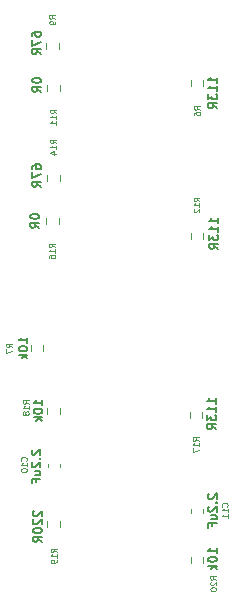
<source format=gbr>
%TF.GenerationSoftware,KiCad,Pcbnew,8.0.3*%
%TF.CreationDate,2024-06-13T16:05:25+05:30*%
%TF.ProjectId,OptoIsolation,4f70746f-4973-46f6-9c61-74696f6e2e6b,rev?*%
%TF.SameCoordinates,Original*%
%TF.FileFunction,Legend,Bot*%
%TF.FilePolarity,Positive*%
%FSLAX46Y46*%
G04 Gerber Fmt 4.6, Leading zero omitted, Abs format (unit mm)*
G04 Created by KiCad (PCBNEW 8.0.3) date 2024-06-13 16:05:25*
%MOMM*%
%LPD*%
G01*
G04 APERTURE LIST*
%ADD10C,0.125000*%
%ADD11C,0.150000*%
%ADD12C,0.120000*%
G04 APERTURE END LIST*
D10*
X187650209Y-105238471D02*
X187412114Y-105071805D01*
X187650209Y-104952757D02*
X187150209Y-104952757D01*
X187150209Y-104952757D02*
X187150209Y-105143233D01*
X187150209Y-105143233D02*
X187174019Y-105190852D01*
X187174019Y-105190852D02*
X187197828Y-105214662D01*
X187197828Y-105214662D02*
X187245447Y-105238471D01*
X187245447Y-105238471D02*
X187316876Y-105238471D01*
X187316876Y-105238471D02*
X187364495Y-105214662D01*
X187364495Y-105214662D02*
X187388304Y-105190852D01*
X187388304Y-105190852D02*
X187412114Y-105143233D01*
X187412114Y-105143233D02*
X187412114Y-104952757D01*
X187650209Y-105714662D02*
X187650209Y-105428948D01*
X187650209Y-105571805D02*
X187150209Y-105571805D01*
X187150209Y-105571805D02*
X187221638Y-105524186D01*
X187221638Y-105524186D02*
X187269257Y-105476567D01*
X187269257Y-105476567D02*
X187293066Y-105428948D01*
X187650209Y-105952757D02*
X187650209Y-106047995D01*
X187650209Y-106047995D02*
X187626400Y-106095614D01*
X187626400Y-106095614D02*
X187602590Y-106119423D01*
X187602590Y-106119423D02*
X187531161Y-106167042D01*
X187531161Y-106167042D02*
X187435923Y-106190852D01*
X187435923Y-106190852D02*
X187245447Y-106190852D01*
X187245447Y-106190852D02*
X187197828Y-106167042D01*
X187197828Y-106167042D02*
X187174019Y-106143233D01*
X187174019Y-106143233D02*
X187150209Y-106095614D01*
X187150209Y-106095614D02*
X187150209Y-106000376D01*
X187150209Y-106000376D02*
X187174019Y-105952757D01*
X187174019Y-105952757D02*
X187197828Y-105928947D01*
X187197828Y-105928947D02*
X187245447Y-105905138D01*
X187245447Y-105905138D02*
X187364495Y-105905138D01*
X187364495Y-105905138D02*
X187412114Y-105928947D01*
X187412114Y-105928947D02*
X187435923Y-105952757D01*
X187435923Y-105952757D02*
X187459733Y-106000376D01*
X187459733Y-106000376D02*
X187459733Y-106095614D01*
X187459733Y-106095614D02*
X187435923Y-106143233D01*
X187435923Y-106143233D02*
X187412114Y-106167042D01*
X187412114Y-106167042D02*
X187364495Y-106190852D01*
D11*
X185735592Y-101771428D02*
X185699878Y-101807142D01*
X185699878Y-101807142D02*
X185664164Y-101878571D01*
X185664164Y-101878571D02*
X185664164Y-102057142D01*
X185664164Y-102057142D02*
X185699878Y-102128571D01*
X185699878Y-102128571D02*
X185735592Y-102164285D01*
X185735592Y-102164285D02*
X185807021Y-102199999D01*
X185807021Y-102199999D02*
X185878450Y-102199999D01*
X185878450Y-102199999D02*
X185985592Y-102164285D01*
X185985592Y-102164285D02*
X186414164Y-101735713D01*
X186414164Y-101735713D02*
X186414164Y-102199999D01*
X185735592Y-102485714D02*
X185699878Y-102521428D01*
X185699878Y-102521428D02*
X185664164Y-102592857D01*
X185664164Y-102592857D02*
X185664164Y-102771428D01*
X185664164Y-102771428D02*
X185699878Y-102842857D01*
X185699878Y-102842857D02*
X185735592Y-102878571D01*
X185735592Y-102878571D02*
X185807021Y-102914285D01*
X185807021Y-102914285D02*
X185878450Y-102914285D01*
X185878450Y-102914285D02*
X185985592Y-102878571D01*
X185985592Y-102878571D02*
X186414164Y-102449999D01*
X186414164Y-102449999D02*
X186414164Y-102914285D01*
X185664164Y-103378571D02*
X185664164Y-103450000D01*
X185664164Y-103450000D02*
X185699878Y-103521428D01*
X185699878Y-103521428D02*
X185735592Y-103557143D01*
X185735592Y-103557143D02*
X185807021Y-103592857D01*
X185807021Y-103592857D02*
X185949878Y-103628571D01*
X185949878Y-103628571D02*
X186128450Y-103628571D01*
X186128450Y-103628571D02*
X186271307Y-103592857D01*
X186271307Y-103592857D02*
X186342735Y-103557143D01*
X186342735Y-103557143D02*
X186378450Y-103521428D01*
X186378450Y-103521428D02*
X186414164Y-103450000D01*
X186414164Y-103450000D02*
X186414164Y-103378571D01*
X186414164Y-103378571D02*
X186378450Y-103307143D01*
X186378450Y-103307143D02*
X186342735Y-103271428D01*
X186342735Y-103271428D02*
X186271307Y-103235714D01*
X186271307Y-103235714D02*
X186128450Y-103200000D01*
X186128450Y-103200000D02*
X185949878Y-103200000D01*
X185949878Y-103200000D02*
X185807021Y-103235714D01*
X185807021Y-103235714D02*
X185735592Y-103271428D01*
X185735592Y-103271428D02*
X185699878Y-103307143D01*
X185699878Y-103307143D02*
X185664164Y-103378571D01*
X186414164Y-104378571D02*
X186057021Y-104128571D01*
X186414164Y-103950000D02*
X185664164Y-103950000D01*
X185664164Y-103950000D02*
X185664164Y-104235714D01*
X185664164Y-104235714D02*
X185699878Y-104307143D01*
X185699878Y-104307143D02*
X185735592Y-104342857D01*
X185735592Y-104342857D02*
X185807021Y-104378571D01*
X185807021Y-104378571D02*
X185914164Y-104378571D01*
X185914164Y-104378571D02*
X185985592Y-104342857D01*
X185985592Y-104342857D02*
X186021307Y-104307143D01*
X186021307Y-104307143D02*
X186057021Y-104235714D01*
X186057021Y-104235714D02*
X186057021Y-103950000D01*
D10*
X199800609Y-67788666D02*
X199562514Y-67622000D01*
X199800609Y-67502952D02*
X199300609Y-67502952D01*
X199300609Y-67502952D02*
X199300609Y-67693428D01*
X199300609Y-67693428D02*
X199324419Y-67741047D01*
X199324419Y-67741047D02*
X199348228Y-67764857D01*
X199348228Y-67764857D02*
X199395847Y-67788666D01*
X199395847Y-67788666D02*
X199467276Y-67788666D01*
X199467276Y-67788666D02*
X199514895Y-67764857D01*
X199514895Y-67764857D02*
X199538704Y-67741047D01*
X199538704Y-67741047D02*
X199562514Y-67693428D01*
X199562514Y-67693428D02*
X199562514Y-67502952D01*
X199300609Y-68217238D02*
X199300609Y-68122000D01*
X199300609Y-68122000D02*
X199324419Y-68074381D01*
X199324419Y-68074381D02*
X199348228Y-68050571D01*
X199348228Y-68050571D02*
X199419657Y-68002952D01*
X199419657Y-68002952D02*
X199514895Y-67979143D01*
X199514895Y-67979143D02*
X199705371Y-67979143D01*
X199705371Y-67979143D02*
X199752990Y-68002952D01*
X199752990Y-68002952D02*
X199776800Y-68026762D01*
X199776800Y-68026762D02*
X199800609Y-68074381D01*
X199800609Y-68074381D02*
X199800609Y-68169619D01*
X199800609Y-68169619D02*
X199776800Y-68217238D01*
X199776800Y-68217238D02*
X199752990Y-68241047D01*
X199752990Y-68241047D02*
X199705371Y-68264857D01*
X199705371Y-68264857D02*
X199586323Y-68264857D01*
X199586323Y-68264857D02*
X199538704Y-68241047D01*
X199538704Y-68241047D02*
X199514895Y-68217238D01*
X199514895Y-68217238D02*
X199491085Y-68169619D01*
X199491085Y-68169619D02*
X199491085Y-68074381D01*
X199491085Y-68074381D02*
X199514895Y-68026762D01*
X199514895Y-68026762D02*
X199538704Y-68002952D01*
X199538704Y-68002952D02*
X199586323Y-67979143D01*
D11*
X201239164Y-65499999D02*
X201239164Y-65071428D01*
X201239164Y-65285713D02*
X200489164Y-65285713D01*
X200489164Y-65285713D02*
X200596307Y-65214285D01*
X200596307Y-65214285D02*
X200667735Y-65142856D01*
X200667735Y-65142856D02*
X200703450Y-65071428D01*
X201239164Y-66214285D02*
X201239164Y-65785714D01*
X201239164Y-65999999D02*
X200489164Y-65999999D01*
X200489164Y-65999999D02*
X200596307Y-65928571D01*
X200596307Y-65928571D02*
X200667735Y-65857142D01*
X200667735Y-65857142D02*
X200703450Y-65785714D01*
X200489164Y-66464285D02*
X200489164Y-66928571D01*
X200489164Y-66928571D02*
X200774878Y-66678571D01*
X200774878Y-66678571D02*
X200774878Y-66785714D01*
X200774878Y-66785714D02*
X200810592Y-66857143D01*
X200810592Y-66857143D02*
X200846307Y-66892857D01*
X200846307Y-66892857D02*
X200917735Y-66928571D01*
X200917735Y-66928571D02*
X201096307Y-66928571D01*
X201096307Y-66928571D02*
X201167735Y-66892857D01*
X201167735Y-66892857D02*
X201203450Y-66857143D01*
X201203450Y-66857143D02*
X201239164Y-66785714D01*
X201239164Y-66785714D02*
X201239164Y-66571428D01*
X201239164Y-66571428D02*
X201203450Y-66500000D01*
X201203450Y-66500000D02*
X201167735Y-66464285D01*
X201239164Y-67678571D02*
X200882021Y-67428571D01*
X201239164Y-67250000D02*
X200489164Y-67250000D01*
X200489164Y-67250000D02*
X200489164Y-67535714D01*
X200489164Y-67535714D02*
X200524878Y-67607143D01*
X200524878Y-67607143D02*
X200560592Y-67642857D01*
X200560592Y-67642857D02*
X200632021Y-67678571D01*
X200632021Y-67678571D02*
X200739164Y-67678571D01*
X200739164Y-67678571D02*
X200810592Y-67642857D01*
X200810592Y-67642857D02*
X200846307Y-67607143D01*
X200846307Y-67607143D02*
X200882021Y-67535714D01*
X200882021Y-67535714D02*
X200882021Y-67250000D01*
D10*
X187635409Y-68111471D02*
X187397314Y-67944805D01*
X187635409Y-67825757D02*
X187135409Y-67825757D01*
X187135409Y-67825757D02*
X187135409Y-68016233D01*
X187135409Y-68016233D02*
X187159219Y-68063852D01*
X187159219Y-68063852D02*
X187183028Y-68087662D01*
X187183028Y-68087662D02*
X187230647Y-68111471D01*
X187230647Y-68111471D02*
X187302076Y-68111471D01*
X187302076Y-68111471D02*
X187349695Y-68087662D01*
X187349695Y-68087662D02*
X187373504Y-68063852D01*
X187373504Y-68063852D02*
X187397314Y-68016233D01*
X187397314Y-68016233D02*
X187397314Y-67825757D01*
X187635409Y-68587662D02*
X187635409Y-68301948D01*
X187635409Y-68444805D02*
X187135409Y-68444805D01*
X187135409Y-68444805D02*
X187206838Y-68397186D01*
X187206838Y-68397186D02*
X187254457Y-68349567D01*
X187254457Y-68349567D02*
X187278266Y-68301948D01*
X187635409Y-69063852D02*
X187635409Y-68778138D01*
X187635409Y-68920995D02*
X187135409Y-68920995D01*
X187135409Y-68920995D02*
X187206838Y-68873376D01*
X187206838Y-68873376D02*
X187254457Y-68825757D01*
X187254457Y-68825757D02*
X187278266Y-68778138D01*
D11*
X185612564Y-65265485D02*
X185612564Y-65336914D01*
X185612564Y-65336914D02*
X185648278Y-65408342D01*
X185648278Y-65408342D02*
X185683992Y-65444057D01*
X185683992Y-65444057D02*
X185755421Y-65479771D01*
X185755421Y-65479771D02*
X185898278Y-65515485D01*
X185898278Y-65515485D02*
X186076850Y-65515485D01*
X186076850Y-65515485D02*
X186219707Y-65479771D01*
X186219707Y-65479771D02*
X186291135Y-65444057D01*
X186291135Y-65444057D02*
X186326850Y-65408342D01*
X186326850Y-65408342D02*
X186362564Y-65336914D01*
X186362564Y-65336914D02*
X186362564Y-65265485D01*
X186362564Y-65265485D02*
X186326850Y-65194057D01*
X186326850Y-65194057D02*
X186291135Y-65158342D01*
X186291135Y-65158342D02*
X186219707Y-65122628D01*
X186219707Y-65122628D02*
X186076850Y-65086914D01*
X186076850Y-65086914D02*
X185898278Y-65086914D01*
X185898278Y-65086914D02*
X185755421Y-65122628D01*
X185755421Y-65122628D02*
X185683992Y-65158342D01*
X185683992Y-65158342D02*
X185648278Y-65194057D01*
X185648278Y-65194057D02*
X185612564Y-65265485D01*
X186362564Y-66265485D02*
X186005421Y-66015485D01*
X186362564Y-65836914D02*
X185612564Y-65836914D01*
X185612564Y-65836914D02*
X185612564Y-66122628D01*
X185612564Y-66122628D02*
X185648278Y-66194057D01*
X185648278Y-66194057D02*
X185683992Y-66229771D01*
X185683992Y-66229771D02*
X185755421Y-66265485D01*
X185755421Y-66265485D02*
X185862564Y-66265485D01*
X185862564Y-66265485D02*
X185933992Y-66229771D01*
X185933992Y-66229771D02*
X185969707Y-66194057D01*
X185969707Y-66194057D02*
X186005421Y-66122628D01*
X186005421Y-66122628D02*
X186005421Y-65836914D01*
D10*
X187535209Y-60092566D02*
X187297114Y-59925900D01*
X187535209Y-59806852D02*
X187035209Y-59806852D01*
X187035209Y-59806852D02*
X187035209Y-59997328D01*
X187035209Y-59997328D02*
X187059019Y-60044947D01*
X187059019Y-60044947D02*
X187082828Y-60068757D01*
X187082828Y-60068757D02*
X187130447Y-60092566D01*
X187130447Y-60092566D02*
X187201876Y-60092566D01*
X187201876Y-60092566D02*
X187249495Y-60068757D01*
X187249495Y-60068757D02*
X187273304Y-60044947D01*
X187273304Y-60044947D02*
X187297114Y-59997328D01*
X187297114Y-59997328D02*
X187297114Y-59806852D01*
X187535209Y-60330662D02*
X187535209Y-60425900D01*
X187535209Y-60425900D02*
X187511400Y-60473519D01*
X187511400Y-60473519D02*
X187487590Y-60497328D01*
X187487590Y-60497328D02*
X187416161Y-60544947D01*
X187416161Y-60544947D02*
X187320923Y-60568757D01*
X187320923Y-60568757D02*
X187130447Y-60568757D01*
X187130447Y-60568757D02*
X187082828Y-60544947D01*
X187082828Y-60544947D02*
X187059019Y-60521138D01*
X187059019Y-60521138D02*
X187035209Y-60473519D01*
X187035209Y-60473519D02*
X187035209Y-60378281D01*
X187035209Y-60378281D02*
X187059019Y-60330662D01*
X187059019Y-60330662D02*
X187082828Y-60306852D01*
X187082828Y-60306852D02*
X187130447Y-60283043D01*
X187130447Y-60283043D02*
X187249495Y-60283043D01*
X187249495Y-60283043D02*
X187297114Y-60306852D01*
X187297114Y-60306852D02*
X187320923Y-60330662D01*
X187320923Y-60330662D02*
X187344733Y-60378281D01*
X187344733Y-60378281D02*
X187344733Y-60473519D01*
X187344733Y-60473519D02*
X187320923Y-60521138D01*
X187320923Y-60521138D02*
X187297114Y-60544947D01*
X187297114Y-60544947D02*
X187249495Y-60568757D01*
D11*
X185564964Y-61539714D02*
X185564964Y-61396856D01*
X185564964Y-61396856D02*
X185600678Y-61325428D01*
X185600678Y-61325428D02*
X185636392Y-61289714D01*
X185636392Y-61289714D02*
X185743535Y-61218285D01*
X185743535Y-61218285D02*
X185886392Y-61182571D01*
X185886392Y-61182571D02*
X186172107Y-61182571D01*
X186172107Y-61182571D02*
X186243535Y-61218285D01*
X186243535Y-61218285D02*
X186279250Y-61253999D01*
X186279250Y-61253999D02*
X186314964Y-61325428D01*
X186314964Y-61325428D02*
X186314964Y-61468285D01*
X186314964Y-61468285D02*
X186279250Y-61539714D01*
X186279250Y-61539714D02*
X186243535Y-61575428D01*
X186243535Y-61575428D02*
X186172107Y-61611142D01*
X186172107Y-61611142D02*
X185993535Y-61611142D01*
X185993535Y-61611142D02*
X185922107Y-61575428D01*
X185922107Y-61575428D02*
X185886392Y-61539714D01*
X185886392Y-61539714D02*
X185850678Y-61468285D01*
X185850678Y-61468285D02*
X185850678Y-61325428D01*
X185850678Y-61325428D02*
X185886392Y-61253999D01*
X185886392Y-61253999D02*
X185922107Y-61218285D01*
X185922107Y-61218285D02*
X185993535Y-61182571D01*
X185564964Y-61861142D02*
X185564964Y-62361142D01*
X185564964Y-62361142D02*
X186314964Y-62039714D01*
X186314964Y-63075428D02*
X185957821Y-62825428D01*
X186314964Y-62646857D02*
X185564964Y-62646857D01*
X185564964Y-62646857D02*
X185564964Y-62932571D01*
X185564964Y-62932571D02*
X185600678Y-63004000D01*
X185600678Y-63004000D02*
X185636392Y-63039714D01*
X185636392Y-63039714D02*
X185707821Y-63075428D01*
X185707821Y-63075428D02*
X185814964Y-63075428D01*
X185814964Y-63075428D02*
X185886392Y-63039714D01*
X185886392Y-63039714D02*
X185922107Y-63004000D01*
X185922107Y-63004000D02*
X185957821Y-62932571D01*
X185957821Y-62932571D02*
X185957821Y-62646857D01*
D10*
X202099390Y-101394771D02*
X202123200Y-101370962D01*
X202123200Y-101370962D02*
X202147009Y-101299533D01*
X202147009Y-101299533D02*
X202147009Y-101251914D01*
X202147009Y-101251914D02*
X202123200Y-101180486D01*
X202123200Y-101180486D02*
X202075580Y-101132867D01*
X202075580Y-101132867D02*
X202027961Y-101109057D01*
X202027961Y-101109057D02*
X201932723Y-101085248D01*
X201932723Y-101085248D02*
X201861295Y-101085248D01*
X201861295Y-101085248D02*
X201766057Y-101109057D01*
X201766057Y-101109057D02*
X201718438Y-101132867D01*
X201718438Y-101132867D02*
X201670819Y-101180486D01*
X201670819Y-101180486D02*
X201647009Y-101251914D01*
X201647009Y-101251914D02*
X201647009Y-101299533D01*
X201647009Y-101299533D02*
X201670819Y-101370962D01*
X201670819Y-101370962D02*
X201694628Y-101394771D01*
X202147009Y-101870962D02*
X202147009Y-101585248D01*
X202147009Y-101728105D02*
X201647009Y-101728105D01*
X201647009Y-101728105D02*
X201718438Y-101680486D01*
X201718438Y-101680486D02*
X201766057Y-101632867D01*
X201766057Y-101632867D02*
X201789866Y-101585248D01*
X202147009Y-102347152D02*
X202147009Y-102061438D01*
X202147009Y-102204295D02*
X201647009Y-102204295D01*
X201647009Y-102204295D02*
X201718438Y-102156676D01*
X201718438Y-102156676D02*
X201766057Y-102109057D01*
X201766057Y-102109057D02*
X201789866Y-102061438D01*
D11*
X200541392Y-100320886D02*
X200505678Y-100356600D01*
X200505678Y-100356600D02*
X200469964Y-100428029D01*
X200469964Y-100428029D02*
X200469964Y-100606600D01*
X200469964Y-100606600D02*
X200505678Y-100678029D01*
X200505678Y-100678029D02*
X200541392Y-100713743D01*
X200541392Y-100713743D02*
X200612821Y-100749457D01*
X200612821Y-100749457D02*
X200684250Y-100749457D01*
X200684250Y-100749457D02*
X200791392Y-100713743D01*
X200791392Y-100713743D02*
X201219964Y-100285171D01*
X201219964Y-100285171D02*
X201219964Y-100749457D01*
X201148535Y-101070886D02*
X201184250Y-101106600D01*
X201184250Y-101106600D02*
X201219964Y-101070886D01*
X201219964Y-101070886D02*
X201184250Y-101035172D01*
X201184250Y-101035172D02*
X201148535Y-101070886D01*
X201148535Y-101070886D02*
X201219964Y-101070886D01*
X200541392Y-101392315D02*
X200505678Y-101428029D01*
X200505678Y-101428029D02*
X200469964Y-101499458D01*
X200469964Y-101499458D02*
X200469964Y-101678029D01*
X200469964Y-101678029D02*
X200505678Y-101749458D01*
X200505678Y-101749458D02*
X200541392Y-101785172D01*
X200541392Y-101785172D02*
X200612821Y-101820886D01*
X200612821Y-101820886D02*
X200684250Y-101820886D01*
X200684250Y-101820886D02*
X200791392Y-101785172D01*
X200791392Y-101785172D02*
X201219964Y-101356600D01*
X201219964Y-101356600D02*
X201219964Y-101820886D01*
X200719964Y-102463744D02*
X201219964Y-102463744D01*
X200719964Y-102142315D02*
X201112821Y-102142315D01*
X201112821Y-102142315D02*
X201184250Y-102178029D01*
X201184250Y-102178029D02*
X201219964Y-102249458D01*
X201219964Y-102249458D02*
X201219964Y-102356601D01*
X201219964Y-102356601D02*
X201184250Y-102428029D01*
X201184250Y-102428029D02*
X201148535Y-102463744D01*
X200827107Y-103070886D02*
X200827107Y-102820886D01*
X201219964Y-102820886D02*
X200469964Y-102820886D01*
X200469964Y-102820886D02*
X200469964Y-103178029D01*
D10*
X183899809Y-87916666D02*
X183661714Y-87750000D01*
X183899809Y-87630952D02*
X183399809Y-87630952D01*
X183399809Y-87630952D02*
X183399809Y-87821428D01*
X183399809Y-87821428D02*
X183423619Y-87869047D01*
X183423619Y-87869047D02*
X183447428Y-87892857D01*
X183447428Y-87892857D02*
X183495047Y-87916666D01*
X183495047Y-87916666D02*
X183566476Y-87916666D01*
X183566476Y-87916666D02*
X183614095Y-87892857D01*
X183614095Y-87892857D02*
X183637904Y-87869047D01*
X183637904Y-87869047D02*
X183661714Y-87821428D01*
X183661714Y-87821428D02*
X183661714Y-87630952D01*
X183399809Y-88083333D02*
X183399809Y-88416666D01*
X183399809Y-88416666D02*
X183899809Y-88202381D01*
D11*
X185189164Y-87530271D02*
X185189164Y-87101700D01*
X185189164Y-87315985D02*
X184439164Y-87315985D01*
X184439164Y-87315985D02*
X184546307Y-87244557D01*
X184546307Y-87244557D02*
X184617735Y-87173128D01*
X184617735Y-87173128D02*
X184653450Y-87101700D01*
X184439164Y-87994557D02*
X184439164Y-88065986D01*
X184439164Y-88065986D02*
X184474878Y-88137414D01*
X184474878Y-88137414D02*
X184510592Y-88173129D01*
X184510592Y-88173129D02*
X184582021Y-88208843D01*
X184582021Y-88208843D02*
X184724878Y-88244557D01*
X184724878Y-88244557D02*
X184903450Y-88244557D01*
X184903450Y-88244557D02*
X185046307Y-88208843D01*
X185046307Y-88208843D02*
X185117735Y-88173129D01*
X185117735Y-88173129D02*
X185153450Y-88137414D01*
X185153450Y-88137414D02*
X185189164Y-88065986D01*
X185189164Y-88065986D02*
X185189164Y-87994557D01*
X185189164Y-87994557D02*
X185153450Y-87923129D01*
X185153450Y-87923129D02*
X185117735Y-87887414D01*
X185117735Y-87887414D02*
X185046307Y-87851700D01*
X185046307Y-87851700D02*
X184903450Y-87815986D01*
X184903450Y-87815986D02*
X184724878Y-87815986D01*
X184724878Y-87815986D02*
X184582021Y-87851700D01*
X184582021Y-87851700D02*
X184510592Y-87887414D01*
X184510592Y-87887414D02*
X184474878Y-87923129D01*
X184474878Y-87923129D02*
X184439164Y-87994557D01*
X185189164Y-88565986D02*
X184439164Y-88565986D01*
X184903450Y-88637415D02*
X185189164Y-88851700D01*
X184689164Y-88851700D02*
X184974878Y-88565986D01*
D10*
X185299809Y-92678571D02*
X185061714Y-92511905D01*
X185299809Y-92392857D02*
X184799809Y-92392857D01*
X184799809Y-92392857D02*
X184799809Y-92583333D01*
X184799809Y-92583333D02*
X184823619Y-92630952D01*
X184823619Y-92630952D02*
X184847428Y-92654762D01*
X184847428Y-92654762D02*
X184895047Y-92678571D01*
X184895047Y-92678571D02*
X184966476Y-92678571D01*
X184966476Y-92678571D02*
X185014095Y-92654762D01*
X185014095Y-92654762D02*
X185037904Y-92630952D01*
X185037904Y-92630952D02*
X185061714Y-92583333D01*
X185061714Y-92583333D02*
X185061714Y-92392857D01*
X185299809Y-93154762D02*
X185299809Y-92869048D01*
X185299809Y-93011905D02*
X184799809Y-93011905D01*
X184799809Y-93011905D02*
X184871238Y-92964286D01*
X184871238Y-92964286D02*
X184918857Y-92916667D01*
X184918857Y-92916667D02*
X184942666Y-92869048D01*
X185014095Y-93440476D02*
X184990285Y-93392857D01*
X184990285Y-93392857D02*
X184966476Y-93369047D01*
X184966476Y-93369047D02*
X184918857Y-93345238D01*
X184918857Y-93345238D02*
X184895047Y-93345238D01*
X184895047Y-93345238D02*
X184847428Y-93369047D01*
X184847428Y-93369047D02*
X184823619Y-93392857D01*
X184823619Y-93392857D02*
X184799809Y-93440476D01*
X184799809Y-93440476D02*
X184799809Y-93535714D01*
X184799809Y-93535714D02*
X184823619Y-93583333D01*
X184823619Y-93583333D02*
X184847428Y-93607142D01*
X184847428Y-93607142D02*
X184895047Y-93630952D01*
X184895047Y-93630952D02*
X184918857Y-93630952D01*
X184918857Y-93630952D02*
X184966476Y-93607142D01*
X184966476Y-93607142D02*
X184990285Y-93583333D01*
X184990285Y-93583333D02*
X185014095Y-93535714D01*
X185014095Y-93535714D02*
X185014095Y-93440476D01*
X185014095Y-93440476D02*
X185037904Y-93392857D01*
X185037904Y-93392857D02*
X185061714Y-93369047D01*
X185061714Y-93369047D02*
X185109333Y-93345238D01*
X185109333Y-93345238D02*
X185204571Y-93345238D01*
X185204571Y-93345238D02*
X185252190Y-93369047D01*
X185252190Y-93369047D02*
X185276000Y-93392857D01*
X185276000Y-93392857D02*
X185299809Y-93440476D01*
X185299809Y-93440476D02*
X185299809Y-93535714D01*
X185299809Y-93535714D02*
X185276000Y-93583333D01*
X185276000Y-93583333D02*
X185252190Y-93607142D01*
X185252190Y-93607142D02*
X185204571Y-93630952D01*
X185204571Y-93630952D02*
X185109333Y-93630952D01*
X185109333Y-93630952D02*
X185061714Y-93607142D01*
X185061714Y-93607142D02*
X185037904Y-93583333D01*
X185037904Y-93583333D02*
X185014095Y-93535714D01*
D11*
X186453764Y-92809871D02*
X186453764Y-92381300D01*
X186453764Y-92595585D02*
X185703764Y-92595585D01*
X185703764Y-92595585D02*
X185810907Y-92524157D01*
X185810907Y-92524157D02*
X185882335Y-92452728D01*
X185882335Y-92452728D02*
X185918050Y-92381300D01*
X185703764Y-93274157D02*
X185703764Y-93345586D01*
X185703764Y-93345586D02*
X185739478Y-93417014D01*
X185739478Y-93417014D02*
X185775192Y-93452729D01*
X185775192Y-93452729D02*
X185846621Y-93488443D01*
X185846621Y-93488443D02*
X185989478Y-93524157D01*
X185989478Y-93524157D02*
X186168050Y-93524157D01*
X186168050Y-93524157D02*
X186310907Y-93488443D01*
X186310907Y-93488443D02*
X186382335Y-93452729D01*
X186382335Y-93452729D02*
X186418050Y-93417014D01*
X186418050Y-93417014D02*
X186453764Y-93345586D01*
X186453764Y-93345586D02*
X186453764Y-93274157D01*
X186453764Y-93274157D02*
X186418050Y-93202729D01*
X186418050Y-93202729D02*
X186382335Y-93167014D01*
X186382335Y-93167014D02*
X186310907Y-93131300D01*
X186310907Y-93131300D02*
X186168050Y-93095586D01*
X186168050Y-93095586D02*
X185989478Y-93095586D01*
X185989478Y-93095586D02*
X185846621Y-93131300D01*
X185846621Y-93131300D02*
X185775192Y-93167014D01*
X185775192Y-93167014D02*
X185739478Y-93202729D01*
X185739478Y-93202729D02*
X185703764Y-93274157D01*
X186453764Y-93845586D02*
X185703764Y-93845586D01*
X186168050Y-93917015D02*
X186453764Y-94131300D01*
X185953764Y-94131300D02*
X186239478Y-93845586D01*
D10*
X199749409Y-75535071D02*
X199511314Y-75368405D01*
X199749409Y-75249357D02*
X199249409Y-75249357D01*
X199249409Y-75249357D02*
X199249409Y-75439833D01*
X199249409Y-75439833D02*
X199273219Y-75487452D01*
X199273219Y-75487452D02*
X199297028Y-75511262D01*
X199297028Y-75511262D02*
X199344647Y-75535071D01*
X199344647Y-75535071D02*
X199416076Y-75535071D01*
X199416076Y-75535071D02*
X199463695Y-75511262D01*
X199463695Y-75511262D02*
X199487504Y-75487452D01*
X199487504Y-75487452D02*
X199511314Y-75439833D01*
X199511314Y-75439833D02*
X199511314Y-75249357D01*
X199749409Y-76011262D02*
X199749409Y-75725548D01*
X199749409Y-75868405D02*
X199249409Y-75868405D01*
X199249409Y-75868405D02*
X199320838Y-75820786D01*
X199320838Y-75820786D02*
X199368457Y-75773167D01*
X199368457Y-75773167D02*
X199392266Y-75725548D01*
X199297028Y-76201738D02*
X199273219Y-76225547D01*
X199273219Y-76225547D02*
X199249409Y-76273166D01*
X199249409Y-76273166D02*
X199249409Y-76392214D01*
X199249409Y-76392214D02*
X199273219Y-76439833D01*
X199273219Y-76439833D02*
X199297028Y-76463642D01*
X199297028Y-76463642D02*
X199344647Y-76487452D01*
X199344647Y-76487452D02*
X199392266Y-76487452D01*
X199392266Y-76487452D02*
X199463695Y-76463642D01*
X199463695Y-76463642D02*
X199749409Y-76177928D01*
X199749409Y-76177928D02*
X199749409Y-76487452D01*
D11*
X201339164Y-77399999D02*
X201339164Y-76971428D01*
X201339164Y-77185713D02*
X200589164Y-77185713D01*
X200589164Y-77185713D02*
X200696307Y-77114285D01*
X200696307Y-77114285D02*
X200767735Y-77042856D01*
X200767735Y-77042856D02*
X200803450Y-76971428D01*
X201339164Y-78114285D02*
X201339164Y-77685714D01*
X201339164Y-77899999D02*
X200589164Y-77899999D01*
X200589164Y-77899999D02*
X200696307Y-77828571D01*
X200696307Y-77828571D02*
X200767735Y-77757142D01*
X200767735Y-77757142D02*
X200803450Y-77685714D01*
X200589164Y-78364285D02*
X200589164Y-78828571D01*
X200589164Y-78828571D02*
X200874878Y-78578571D01*
X200874878Y-78578571D02*
X200874878Y-78685714D01*
X200874878Y-78685714D02*
X200910592Y-78757143D01*
X200910592Y-78757143D02*
X200946307Y-78792857D01*
X200946307Y-78792857D02*
X201017735Y-78828571D01*
X201017735Y-78828571D02*
X201196307Y-78828571D01*
X201196307Y-78828571D02*
X201267735Y-78792857D01*
X201267735Y-78792857D02*
X201303450Y-78757143D01*
X201303450Y-78757143D02*
X201339164Y-78685714D01*
X201339164Y-78685714D02*
X201339164Y-78471428D01*
X201339164Y-78471428D02*
X201303450Y-78400000D01*
X201303450Y-78400000D02*
X201267735Y-78364285D01*
X201339164Y-79578571D02*
X200982021Y-79328571D01*
X201339164Y-79150000D02*
X200589164Y-79150000D01*
X200589164Y-79150000D02*
X200589164Y-79435714D01*
X200589164Y-79435714D02*
X200624878Y-79507143D01*
X200624878Y-79507143D02*
X200660592Y-79542857D01*
X200660592Y-79542857D02*
X200732021Y-79578571D01*
X200732021Y-79578571D02*
X200839164Y-79578571D01*
X200839164Y-79578571D02*
X200910592Y-79542857D01*
X200910592Y-79542857D02*
X200946307Y-79507143D01*
X200946307Y-79507143D02*
X200982021Y-79435714D01*
X200982021Y-79435714D02*
X200982021Y-79150000D01*
D10*
X185087990Y-97506871D02*
X185111800Y-97483062D01*
X185111800Y-97483062D02*
X185135609Y-97411633D01*
X185135609Y-97411633D02*
X185135609Y-97364014D01*
X185135609Y-97364014D02*
X185111800Y-97292586D01*
X185111800Y-97292586D02*
X185064180Y-97244967D01*
X185064180Y-97244967D02*
X185016561Y-97221157D01*
X185016561Y-97221157D02*
X184921323Y-97197348D01*
X184921323Y-97197348D02*
X184849895Y-97197348D01*
X184849895Y-97197348D02*
X184754657Y-97221157D01*
X184754657Y-97221157D02*
X184707038Y-97244967D01*
X184707038Y-97244967D02*
X184659419Y-97292586D01*
X184659419Y-97292586D02*
X184635609Y-97364014D01*
X184635609Y-97364014D02*
X184635609Y-97411633D01*
X184635609Y-97411633D02*
X184659419Y-97483062D01*
X184659419Y-97483062D02*
X184683228Y-97506871D01*
X185135609Y-97983062D02*
X185135609Y-97697348D01*
X185135609Y-97840205D02*
X184635609Y-97840205D01*
X184635609Y-97840205D02*
X184707038Y-97792586D01*
X184707038Y-97792586D02*
X184754657Y-97744967D01*
X184754657Y-97744967D02*
X184778466Y-97697348D01*
X184635609Y-98292585D02*
X184635609Y-98340204D01*
X184635609Y-98340204D02*
X184659419Y-98387823D01*
X184659419Y-98387823D02*
X184683228Y-98411633D01*
X184683228Y-98411633D02*
X184730847Y-98435442D01*
X184730847Y-98435442D02*
X184826085Y-98459252D01*
X184826085Y-98459252D02*
X184945133Y-98459252D01*
X184945133Y-98459252D02*
X185040371Y-98435442D01*
X185040371Y-98435442D02*
X185087990Y-98411633D01*
X185087990Y-98411633D02*
X185111800Y-98387823D01*
X185111800Y-98387823D02*
X185135609Y-98340204D01*
X185135609Y-98340204D02*
X185135609Y-98292585D01*
X185135609Y-98292585D02*
X185111800Y-98244966D01*
X185111800Y-98244966D02*
X185087990Y-98221157D01*
X185087990Y-98221157D02*
X185040371Y-98197347D01*
X185040371Y-98197347D02*
X184945133Y-98173538D01*
X184945133Y-98173538D02*
X184826085Y-98173538D01*
X184826085Y-98173538D02*
X184730847Y-98197347D01*
X184730847Y-98197347D02*
X184683228Y-98221157D01*
X184683228Y-98221157D02*
X184659419Y-98244966D01*
X184659419Y-98244966D02*
X184635609Y-98292585D01*
D11*
X185612792Y-96571086D02*
X185577078Y-96606800D01*
X185577078Y-96606800D02*
X185541364Y-96678229D01*
X185541364Y-96678229D02*
X185541364Y-96856800D01*
X185541364Y-96856800D02*
X185577078Y-96928229D01*
X185577078Y-96928229D02*
X185612792Y-96963943D01*
X185612792Y-96963943D02*
X185684221Y-96999657D01*
X185684221Y-96999657D02*
X185755650Y-96999657D01*
X185755650Y-96999657D02*
X185862792Y-96963943D01*
X185862792Y-96963943D02*
X186291364Y-96535371D01*
X186291364Y-96535371D02*
X186291364Y-96999657D01*
X186219935Y-97321086D02*
X186255650Y-97356800D01*
X186255650Y-97356800D02*
X186291364Y-97321086D01*
X186291364Y-97321086D02*
X186255650Y-97285372D01*
X186255650Y-97285372D02*
X186219935Y-97321086D01*
X186219935Y-97321086D02*
X186291364Y-97321086D01*
X185612792Y-97642515D02*
X185577078Y-97678229D01*
X185577078Y-97678229D02*
X185541364Y-97749658D01*
X185541364Y-97749658D02*
X185541364Y-97928229D01*
X185541364Y-97928229D02*
X185577078Y-97999658D01*
X185577078Y-97999658D02*
X185612792Y-98035372D01*
X185612792Y-98035372D02*
X185684221Y-98071086D01*
X185684221Y-98071086D02*
X185755650Y-98071086D01*
X185755650Y-98071086D02*
X185862792Y-98035372D01*
X185862792Y-98035372D02*
X186291364Y-97606800D01*
X186291364Y-97606800D02*
X186291364Y-98071086D01*
X185791364Y-98713944D02*
X186291364Y-98713944D01*
X185791364Y-98392515D02*
X186184221Y-98392515D01*
X186184221Y-98392515D02*
X186255650Y-98428229D01*
X186255650Y-98428229D02*
X186291364Y-98499658D01*
X186291364Y-98499658D02*
X186291364Y-98606801D01*
X186291364Y-98606801D02*
X186255650Y-98678229D01*
X186255650Y-98678229D02*
X186219935Y-98713944D01*
X185898507Y-99321086D02*
X185898507Y-99071086D01*
X186291364Y-99071086D02*
X185541364Y-99071086D01*
X185541364Y-99071086D02*
X185541364Y-99428229D01*
D10*
X199674809Y-95828571D02*
X199436714Y-95661905D01*
X199674809Y-95542857D02*
X199174809Y-95542857D01*
X199174809Y-95542857D02*
X199174809Y-95733333D01*
X199174809Y-95733333D02*
X199198619Y-95780952D01*
X199198619Y-95780952D02*
X199222428Y-95804762D01*
X199222428Y-95804762D02*
X199270047Y-95828571D01*
X199270047Y-95828571D02*
X199341476Y-95828571D01*
X199341476Y-95828571D02*
X199389095Y-95804762D01*
X199389095Y-95804762D02*
X199412904Y-95780952D01*
X199412904Y-95780952D02*
X199436714Y-95733333D01*
X199436714Y-95733333D02*
X199436714Y-95542857D01*
X199674809Y-96304762D02*
X199674809Y-96019048D01*
X199674809Y-96161905D02*
X199174809Y-96161905D01*
X199174809Y-96161905D02*
X199246238Y-96114286D01*
X199246238Y-96114286D02*
X199293857Y-96066667D01*
X199293857Y-96066667D02*
X199317666Y-96019048D01*
X199174809Y-96471428D02*
X199174809Y-96804761D01*
X199174809Y-96804761D02*
X199674809Y-96590476D01*
D11*
X201164164Y-92674999D02*
X201164164Y-92246428D01*
X201164164Y-92460713D02*
X200414164Y-92460713D01*
X200414164Y-92460713D02*
X200521307Y-92389285D01*
X200521307Y-92389285D02*
X200592735Y-92317856D01*
X200592735Y-92317856D02*
X200628450Y-92246428D01*
X201164164Y-93389285D02*
X201164164Y-92960714D01*
X201164164Y-93174999D02*
X200414164Y-93174999D01*
X200414164Y-93174999D02*
X200521307Y-93103571D01*
X200521307Y-93103571D02*
X200592735Y-93032142D01*
X200592735Y-93032142D02*
X200628450Y-92960714D01*
X200414164Y-93639285D02*
X200414164Y-94103571D01*
X200414164Y-94103571D02*
X200699878Y-93853571D01*
X200699878Y-93853571D02*
X200699878Y-93960714D01*
X200699878Y-93960714D02*
X200735592Y-94032143D01*
X200735592Y-94032143D02*
X200771307Y-94067857D01*
X200771307Y-94067857D02*
X200842735Y-94103571D01*
X200842735Y-94103571D02*
X201021307Y-94103571D01*
X201021307Y-94103571D02*
X201092735Y-94067857D01*
X201092735Y-94067857D02*
X201128450Y-94032143D01*
X201128450Y-94032143D02*
X201164164Y-93960714D01*
X201164164Y-93960714D02*
X201164164Y-93746428D01*
X201164164Y-93746428D02*
X201128450Y-93675000D01*
X201128450Y-93675000D02*
X201092735Y-93639285D01*
X201164164Y-94853571D02*
X200807021Y-94603571D01*
X201164164Y-94425000D02*
X200414164Y-94425000D01*
X200414164Y-94425000D02*
X200414164Y-94710714D01*
X200414164Y-94710714D02*
X200449878Y-94782143D01*
X200449878Y-94782143D02*
X200485592Y-94817857D01*
X200485592Y-94817857D02*
X200557021Y-94853571D01*
X200557021Y-94853571D02*
X200664164Y-94853571D01*
X200664164Y-94853571D02*
X200735592Y-94817857D01*
X200735592Y-94817857D02*
X200771307Y-94782143D01*
X200771307Y-94782143D02*
X200807021Y-94710714D01*
X200807021Y-94710714D02*
X200807021Y-94425000D01*
D10*
X187624809Y-70651771D02*
X187386714Y-70485105D01*
X187624809Y-70366057D02*
X187124809Y-70366057D01*
X187124809Y-70366057D02*
X187124809Y-70556533D01*
X187124809Y-70556533D02*
X187148619Y-70604152D01*
X187148619Y-70604152D02*
X187172428Y-70627962D01*
X187172428Y-70627962D02*
X187220047Y-70651771D01*
X187220047Y-70651771D02*
X187291476Y-70651771D01*
X187291476Y-70651771D02*
X187339095Y-70627962D01*
X187339095Y-70627962D02*
X187362904Y-70604152D01*
X187362904Y-70604152D02*
X187386714Y-70556533D01*
X187386714Y-70556533D02*
X187386714Y-70366057D01*
X187624809Y-71127962D02*
X187624809Y-70842248D01*
X187624809Y-70985105D02*
X187124809Y-70985105D01*
X187124809Y-70985105D02*
X187196238Y-70937486D01*
X187196238Y-70937486D02*
X187243857Y-70889867D01*
X187243857Y-70889867D02*
X187267666Y-70842248D01*
X187291476Y-71556533D02*
X187624809Y-71556533D01*
X187101000Y-71437485D02*
X187458142Y-71318438D01*
X187458142Y-71318438D02*
X187458142Y-71627961D01*
D11*
X185594764Y-72774414D02*
X185594764Y-72631556D01*
X185594764Y-72631556D02*
X185630478Y-72560128D01*
X185630478Y-72560128D02*
X185666192Y-72524414D01*
X185666192Y-72524414D02*
X185773335Y-72452985D01*
X185773335Y-72452985D02*
X185916192Y-72417271D01*
X185916192Y-72417271D02*
X186201907Y-72417271D01*
X186201907Y-72417271D02*
X186273335Y-72452985D01*
X186273335Y-72452985D02*
X186309050Y-72488699D01*
X186309050Y-72488699D02*
X186344764Y-72560128D01*
X186344764Y-72560128D02*
X186344764Y-72702985D01*
X186344764Y-72702985D02*
X186309050Y-72774414D01*
X186309050Y-72774414D02*
X186273335Y-72810128D01*
X186273335Y-72810128D02*
X186201907Y-72845842D01*
X186201907Y-72845842D02*
X186023335Y-72845842D01*
X186023335Y-72845842D02*
X185951907Y-72810128D01*
X185951907Y-72810128D02*
X185916192Y-72774414D01*
X185916192Y-72774414D02*
X185880478Y-72702985D01*
X185880478Y-72702985D02*
X185880478Y-72560128D01*
X185880478Y-72560128D02*
X185916192Y-72488699D01*
X185916192Y-72488699D02*
X185951907Y-72452985D01*
X185951907Y-72452985D02*
X186023335Y-72417271D01*
X185594764Y-73095842D02*
X185594764Y-73595842D01*
X185594764Y-73595842D02*
X186344764Y-73274414D01*
X186344764Y-74310128D02*
X185987621Y-74060128D01*
X186344764Y-73881557D02*
X185594764Y-73881557D01*
X185594764Y-73881557D02*
X185594764Y-74167271D01*
X185594764Y-74167271D02*
X185630478Y-74238700D01*
X185630478Y-74238700D02*
X185666192Y-74274414D01*
X185666192Y-74274414D02*
X185737621Y-74310128D01*
X185737621Y-74310128D02*
X185844764Y-74310128D01*
X185844764Y-74310128D02*
X185916192Y-74274414D01*
X185916192Y-74274414D02*
X185951907Y-74238700D01*
X185951907Y-74238700D02*
X185987621Y-74167271D01*
X185987621Y-74167271D02*
X185987621Y-73881557D01*
D10*
X187507809Y-79421271D02*
X187269714Y-79254605D01*
X187507809Y-79135557D02*
X187007809Y-79135557D01*
X187007809Y-79135557D02*
X187007809Y-79326033D01*
X187007809Y-79326033D02*
X187031619Y-79373652D01*
X187031619Y-79373652D02*
X187055428Y-79397462D01*
X187055428Y-79397462D02*
X187103047Y-79421271D01*
X187103047Y-79421271D02*
X187174476Y-79421271D01*
X187174476Y-79421271D02*
X187222095Y-79397462D01*
X187222095Y-79397462D02*
X187245904Y-79373652D01*
X187245904Y-79373652D02*
X187269714Y-79326033D01*
X187269714Y-79326033D02*
X187269714Y-79135557D01*
X187507809Y-79897462D02*
X187507809Y-79611748D01*
X187507809Y-79754605D02*
X187007809Y-79754605D01*
X187007809Y-79754605D02*
X187079238Y-79706986D01*
X187079238Y-79706986D02*
X187126857Y-79659367D01*
X187126857Y-79659367D02*
X187150666Y-79611748D01*
X187007809Y-80326033D02*
X187007809Y-80230795D01*
X187007809Y-80230795D02*
X187031619Y-80183176D01*
X187031619Y-80183176D02*
X187055428Y-80159366D01*
X187055428Y-80159366D02*
X187126857Y-80111747D01*
X187126857Y-80111747D02*
X187222095Y-80087938D01*
X187222095Y-80087938D02*
X187412571Y-80087938D01*
X187412571Y-80087938D02*
X187460190Y-80111747D01*
X187460190Y-80111747D02*
X187484000Y-80135557D01*
X187484000Y-80135557D02*
X187507809Y-80183176D01*
X187507809Y-80183176D02*
X187507809Y-80278414D01*
X187507809Y-80278414D02*
X187484000Y-80326033D01*
X187484000Y-80326033D02*
X187460190Y-80349842D01*
X187460190Y-80349842D02*
X187412571Y-80373652D01*
X187412571Y-80373652D02*
X187293523Y-80373652D01*
X187293523Y-80373652D02*
X187245904Y-80349842D01*
X187245904Y-80349842D02*
X187222095Y-80326033D01*
X187222095Y-80326033D02*
X187198285Y-80278414D01*
X187198285Y-80278414D02*
X187198285Y-80183176D01*
X187198285Y-80183176D02*
X187222095Y-80135557D01*
X187222095Y-80135557D02*
X187245904Y-80111747D01*
X187245904Y-80111747D02*
X187293523Y-80087938D01*
D11*
X185439164Y-76789285D02*
X185439164Y-76860714D01*
X185439164Y-76860714D02*
X185474878Y-76932142D01*
X185474878Y-76932142D02*
X185510592Y-76967857D01*
X185510592Y-76967857D02*
X185582021Y-77003571D01*
X185582021Y-77003571D02*
X185724878Y-77039285D01*
X185724878Y-77039285D02*
X185903450Y-77039285D01*
X185903450Y-77039285D02*
X186046307Y-77003571D01*
X186046307Y-77003571D02*
X186117735Y-76967857D01*
X186117735Y-76967857D02*
X186153450Y-76932142D01*
X186153450Y-76932142D02*
X186189164Y-76860714D01*
X186189164Y-76860714D02*
X186189164Y-76789285D01*
X186189164Y-76789285D02*
X186153450Y-76717857D01*
X186153450Y-76717857D02*
X186117735Y-76682142D01*
X186117735Y-76682142D02*
X186046307Y-76646428D01*
X186046307Y-76646428D02*
X185903450Y-76610714D01*
X185903450Y-76610714D02*
X185724878Y-76610714D01*
X185724878Y-76610714D02*
X185582021Y-76646428D01*
X185582021Y-76646428D02*
X185510592Y-76682142D01*
X185510592Y-76682142D02*
X185474878Y-76717857D01*
X185474878Y-76717857D02*
X185439164Y-76789285D01*
X186189164Y-77789285D02*
X185832021Y-77539285D01*
X186189164Y-77360714D02*
X185439164Y-77360714D01*
X185439164Y-77360714D02*
X185439164Y-77646428D01*
X185439164Y-77646428D02*
X185474878Y-77717857D01*
X185474878Y-77717857D02*
X185510592Y-77753571D01*
X185510592Y-77753571D02*
X185582021Y-77789285D01*
X185582021Y-77789285D02*
X185689164Y-77789285D01*
X185689164Y-77789285D02*
X185760592Y-77753571D01*
X185760592Y-77753571D02*
X185796307Y-77717857D01*
X185796307Y-77717857D02*
X185832021Y-77646428D01*
X185832021Y-77646428D02*
X185832021Y-77360714D01*
D10*
X201174809Y-107578571D02*
X200936714Y-107411905D01*
X201174809Y-107292857D02*
X200674809Y-107292857D01*
X200674809Y-107292857D02*
X200674809Y-107483333D01*
X200674809Y-107483333D02*
X200698619Y-107530952D01*
X200698619Y-107530952D02*
X200722428Y-107554762D01*
X200722428Y-107554762D02*
X200770047Y-107578571D01*
X200770047Y-107578571D02*
X200841476Y-107578571D01*
X200841476Y-107578571D02*
X200889095Y-107554762D01*
X200889095Y-107554762D02*
X200912904Y-107530952D01*
X200912904Y-107530952D02*
X200936714Y-107483333D01*
X200936714Y-107483333D02*
X200936714Y-107292857D01*
X200722428Y-107769048D02*
X200698619Y-107792857D01*
X200698619Y-107792857D02*
X200674809Y-107840476D01*
X200674809Y-107840476D02*
X200674809Y-107959524D01*
X200674809Y-107959524D02*
X200698619Y-108007143D01*
X200698619Y-108007143D02*
X200722428Y-108030952D01*
X200722428Y-108030952D02*
X200770047Y-108054762D01*
X200770047Y-108054762D02*
X200817666Y-108054762D01*
X200817666Y-108054762D02*
X200889095Y-108030952D01*
X200889095Y-108030952D02*
X201174809Y-107745238D01*
X201174809Y-107745238D02*
X201174809Y-108054762D01*
X200674809Y-108364285D02*
X200674809Y-108411904D01*
X200674809Y-108411904D02*
X200698619Y-108459523D01*
X200698619Y-108459523D02*
X200722428Y-108483333D01*
X200722428Y-108483333D02*
X200770047Y-108507142D01*
X200770047Y-108507142D02*
X200865285Y-108530952D01*
X200865285Y-108530952D02*
X200984333Y-108530952D01*
X200984333Y-108530952D02*
X201079571Y-108507142D01*
X201079571Y-108507142D02*
X201127190Y-108483333D01*
X201127190Y-108483333D02*
X201151000Y-108459523D01*
X201151000Y-108459523D02*
X201174809Y-108411904D01*
X201174809Y-108411904D02*
X201174809Y-108364285D01*
X201174809Y-108364285D02*
X201151000Y-108316666D01*
X201151000Y-108316666D02*
X201127190Y-108292857D01*
X201127190Y-108292857D02*
X201079571Y-108269047D01*
X201079571Y-108269047D02*
X200984333Y-108245238D01*
X200984333Y-108245238D02*
X200865285Y-108245238D01*
X200865285Y-108245238D02*
X200770047Y-108269047D01*
X200770047Y-108269047D02*
X200722428Y-108292857D01*
X200722428Y-108292857D02*
X200698619Y-108316666D01*
X200698619Y-108316666D02*
X200674809Y-108364285D01*
D11*
X201219964Y-105359171D02*
X201219964Y-104930600D01*
X201219964Y-105144885D02*
X200469964Y-105144885D01*
X200469964Y-105144885D02*
X200577107Y-105073457D01*
X200577107Y-105073457D02*
X200648535Y-105002028D01*
X200648535Y-105002028D02*
X200684250Y-104930600D01*
X200469964Y-105823457D02*
X200469964Y-105894886D01*
X200469964Y-105894886D02*
X200505678Y-105966314D01*
X200505678Y-105966314D02*
X200541392Y-106002029D01*
X200541392Y-106002029D02*
X200612821Y-106037743D01*
X200612821Y-106037743D02*
X200755678Y-106073457D01*
X200755678Y-106073457D02*
X200934250Y-106073457D01*
X200934250Y-106073457D02*
X201077107Y-106037743D01*
X201077107Y-106037743D02*
X201148535Y-106002029D01*
X201148535Y-106002029D02*
X201184250Y-105966314D01*
X201184250Y-105966314D02*
X201219964Y-105894886D01*
X201219964Y-105894886D02*
X201219964Y-105823457D01*
X201219964Y-105823457D02*
X201184250Y-105752029D01*
X201184250Y-105752029D02*
X201148535Y-105716314D01*
X201148535Y-105716314D02*
X201077107Y-105680600D01*
X201077107Y-105680600D02*
X200934250Y-105644886D01*
X200934250Y-105644886D02*
X200755678Y-105644886D01*
X200755678Y-105644886D02*
X200612821Y-105680600D01*
X200612821Y-105680600D02*
X200541392Y-105716314D01*
X200541392Y-105716314D02*
X200505678Y-105752029D01*
X200505678Y-105752029D02*
X200469964Y-105823457D01*
X201219964Y-106394886D02*
X200469964Y-106394886D01*
X200934250Y-106466315D02*
X201219964Y-106680600D01*
X200719964Y-106680600D02*
X201005678Y-106394886D01*
D12*
%TO.C,R19*%
X186877500Y-103145724D02*
X186877500Y-102636276D01*
X187922500Y-103145724D02*
X187922500Y-102636276D01*
%TO.C,R6*%
X199002500Y-65817224D02*
X199002500Y-65307776D01*
X200047500Y-65817224D02*
X200047500Y-65307776D01*
%TO.C,R11*%
X186877500Y-66212324D02*
X186877500Y-65702876D01*
X187922500Y-66212324D02*
X187922500Y-65702876D01*
%TO.C,R9*%
X186787900Y-62134776D02*
X186787900Y-62644224D01*
X187832900Y-62134776D02*
X187832900Y-62644224D01*
%TO.C,C11*%
X199040000Y-101611833D02*
X199040000Y-101904367D01*
X200060000Y-101611833D02*
X200060000Y-101904367D01*
%TO.C,R7*%
X185502500Y-88254724D02*
X185502500Y-87745276D01*
X186547500Y-88254724D02*
X186547500Y-87745276D01*
%TO.C,R18*%
X186877500Y-93065876D02*
X186877500Y-93575324D01*
X187922500Y-93065876D02*
X187922500Y-93575324D01*
%TO.C,R12*%
X199027500Y-78268776D02*
X199027500Y-78778224D01*
X200072500Y-78268776D02*
X200072500Y-78778224D01*
%TO.C,C10*%
X186890000Y-98076167D02*
X186890000Y-97783633D01*
X187910000Y-98076167D02*
X187910000Y-97783633D01*
%TO.C,R17*%
X198952500Y-93867224D02*
X198952500Y-93357776D01*
X199997500Y-93867224D02*
X199997500Y-93357776D01*
%TO.C,R14*%
X186877500Y-73332776D02*
X186877500Y-73842224D01*
X187922500Y-73332776D02*
X187922500Y-73842224D01*
%TO.C,R16*%
X186777500Y-77479724D02*
X186777500Y-76970276D01*
X187822500Y-77479724D02*
X187822500Y-76970276D01*
%TO.C,R20*%
X199027500Y-106153824D02*
X199027500Y-105644376D01*
X200072500Y-106153824D02*
X200072500Y-105644376D01*
%TD*%
M02*

</source>
